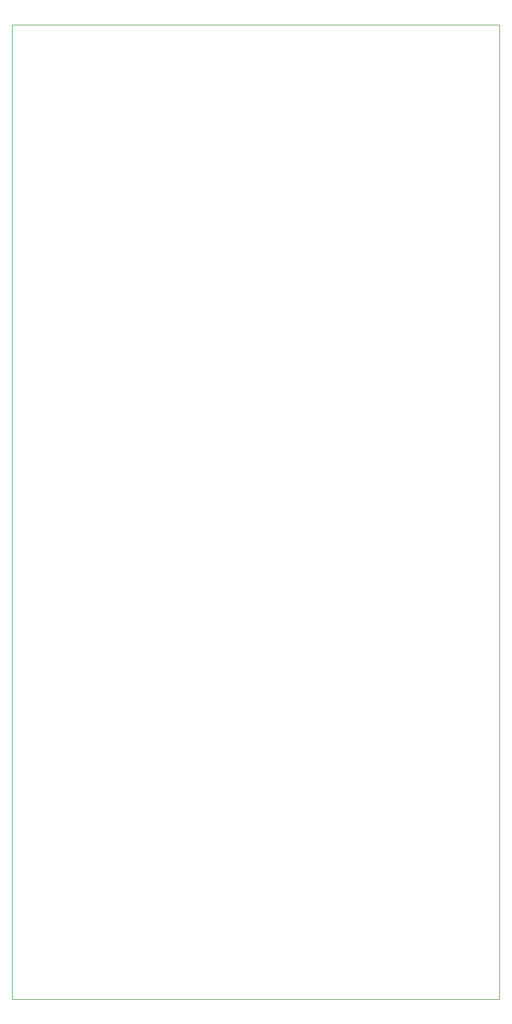
<source format=gbr>
%TF.GenerationSoftware,KiCad,Pcbnew,9.0.0*%
%TF.CreationDate,2025-04-18T09:14:46-04:00*%
%TF.ProjectId,where_is_my_ion,77686572-655f-4697-935f-6d795f696f6e,rev?*%
%TF.SameCoordinates,Original*%
%TF.FileFunction,Profile,NP*%
%FSLAX46Y46*%
G04 Gerber Fmt 4.6, Leading zero omitted, Abs format (unit mm)*
G04 Created by KiCad (PCBNEW 9.0.0) date 2025-04-18 09:14:46*
%MOMM*%
%LPD*%
G01*
G04 APERTURE LIST*
%TA.AperFunction,Profile*%
%ADD10C,0.050000*%
%TD*%
G04 APERTURE END LIST*
D10*
X102000000Y-15200000D02*
X177000000Y-15200000D01*
X177000000Y-165200000D01*
X102000000Y-165200000D01*
X102000000Y-15200000D01*
M02*

</source>
